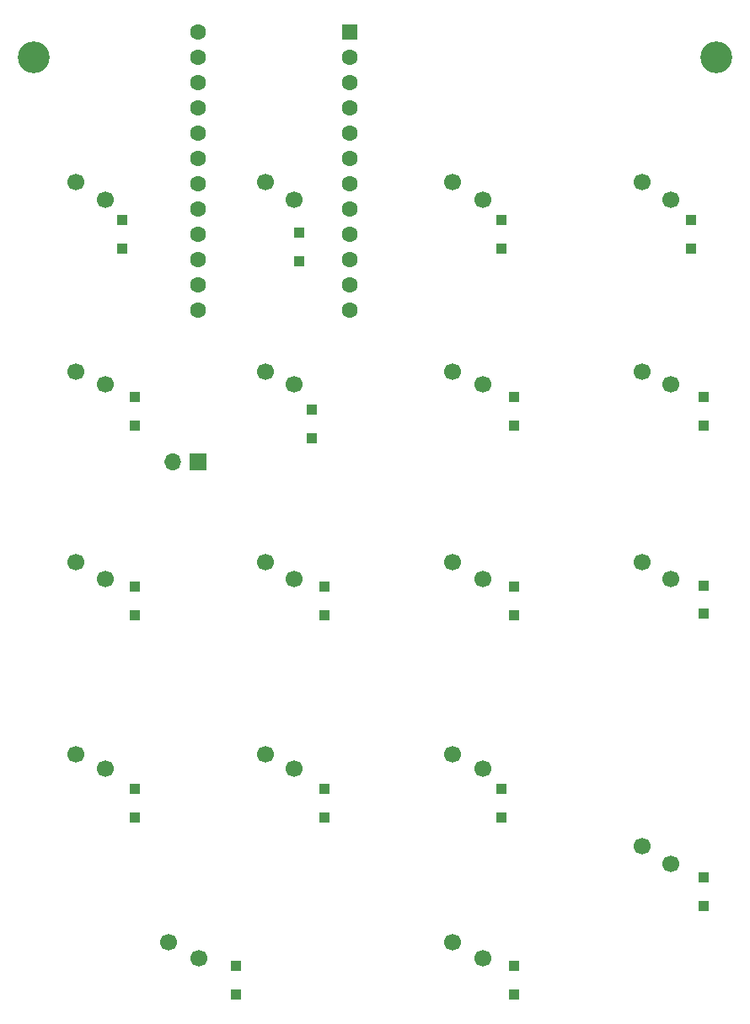
<source format=gbs>
%TF.GenerationSoftware,KiCad,Pcbnew,(6.0.0)*%
%TF.CreationDate,2022-03-13T19:29:42-04:00*%
%TF.ProjectId,numpad_pcb,6e756d70-6164-45f7-9063-622e6b696361,rev?*%
%TF.SameCoordinates,Original*%
%TF.FileFunction,Soldermask,Bot*%
%TF.FilePolarity,Negative*%
%FSLAX46Y46*%
G04 Gerber Fmt 4.6, Leading zero omitted, Abs format (unit mm)*
G04 Created by KiCad (PCBNEW (6.0.0)) date 2022-03-13 19:29:42*
%MOMM*%
%LPD*%
G01*
G04 APERTURE LIST*
%ADD10C,1.700000*%
%ADD11C,3.200000*%
%ADD12R,1.100000X1.100000*%
%ADD13R,1.700000X1.700000*%
%ADD14O,1.700000X1.700000*%
%ADD15R,1.600000X1.600000*%
%ADD16C,1.600000*%
G04 APERTURE END LIST*
D10*
%TO.C,J1*%
X117220000Y-53160000D03*
X120200000Y-54940000D03*
X136320000Y-53160000D03*
X139210000Y-54940000D03*
X155120000Y-53160000D03*
X158110000Y-54940000D03*
X174160000Y-53160000D03*
X177010000Y-54940000D03*
X117220000Y-72260000D03*
X120200000Y-73530000D03*
X136320000Y-72260000D03*
X139210000Y-73530000D03*
X155120000Y-72260000D03*
X158110000Y-73530000D03*
X174160000Y-72260000D03*
X177010000Y-73530000D03*
X117220000Y-91350000D03*
X120200000Y-93060000D03*
X136320000Y-91350000D03*
X139210000Y-93060000D03*
X155120000Y-91350000D03*
X158110000Y-93060000D03*
X174160000Y-91350000D03*
X177010000Y-93060000D03*
X117220000Y-110680000D03*
X120200000Y-112090000D03*
X136320000Y-110680000D03*
X139210000Y-112090000D03*
X155120000Y-110680000D03*
X158110000Y-112090000D03*
X174160000Y-119870000D03*
X177010000Y-121660000D03*
X126580000Y-129540000D03*
X129590000Y-131180000D03*
X155120000Y-129540000D03*
X158110000Y-131180000D03*
%TD*%
D11*
%TO.C,REF\u002A\u002A*%
X113030000Y-40640000D03*
%TD*%
%TO.C,REF\u002A\u002A*%
X181610000Y-40640000D03*
%TD*%
D12*
%TO.C,D3*%
X123190000Y-96650000D03*
X123190000Y-93850000D03*
%TD*%
%TO.C,D11*%
X161290000Y-77600000D03*
X161290000Y-74800000D03*
%TD*%
%TO.C,D16*%
X180340000Y-77600000D03*
X180340000Y-74800000D03*
%TD*%
%TO.C,D1*%
X121920000Y-59820000D03*
X121920000Y-57020000D03*
%TD*%
%TO.C,D18*%
X180340000Y-125860000D03*
X180340000Y-123060000D03*
%TD*%
%TO.C,D13*%
X160020000Y-116970000D03*
X160020000Y-114170000D03*
%TD*%
%TO.C,D4*%
X123190000Y-116970000D03*
X123190000Y-114170000D03*
%TD*%
%TO.C,D14*%
X161290000Y-134750000D03*
X161290000Y-131950000D03*
%TD*%
%TO.C,D10*%
X160020000Y-59820000D03*
X160020000Y-57020000D03*
%TD*%
%TO.C,D5*%
X133350000Y-134750000D03*
X133350000Y-131950000D03*
%TD*%
D13*
%TO.C,B1*%
X129540000Y-81280000D03*
D14*
X127000000Y-81280000D03*
%TD*%
D12*
%TO.C,D6*%
X139700000Y-61090000D03*
X139700000Y-58290000D03*
%TD*%
%TO.C,D15*%
X179070000Y-59820000D03*
X179070000Y-57020000D03*
%TD*%
%TO.C,D12*%
X161290000Y-96650000D03*
X161290000Y-93850000D03*
%TD*%
%TO.C,D2*%
X123190000Y-77600000D03*
X123190000Y-74800000D03*
%TD*%
%TO.C,D8*%
X142240000Y-96650000D03*
X142240000Y-93850000D03*
%TD*%
%TO.C,D7*%
X140970000Y-78870000D03*
X140970000Y-76070000D03*
%TD*%
%TO.C,D9*%
X142240000Y-116970000D03*
X142240000Y-114170000D03*
%TD*%
%TO.C,D17*%
X180340000Y-96520000D03*
X180340000Y-93720000D03*
%TD*%
D15*
%TO.C,U1*%
X144780000Y-38100000D03*
D16*
X144780000Y-40640000D03*
X144780000Y-43180000D03*
X144780000Y-45720000D03*
X144780000Y-48260000D03*
X144780000Y-50800000D03*
X144780000Y-53340000D03*
X144780000Y-55880000D03*
X144780000Y-58420000D03*
X144780000Y-60960000D03*
X144780000Y-63500000D03*
X144780000Y-66040000D03*
X129540000Y-66040000D03*
X129540000Y-63500000D03*
X129540000Y-60960000D03*
X129540000Y-58420000D03*
X129540000Y-55880000D03*
X129540000Y-53340000D03*
X129540000Y-50800000D03*
X129540000Y-48260000D03*
X129540000Y-45720000D03*
X129540000Y-43180000D03*
X129540000Y-40640000D03*
X129540000Y-38100000D03*
%TD*%
M02*

</source>
